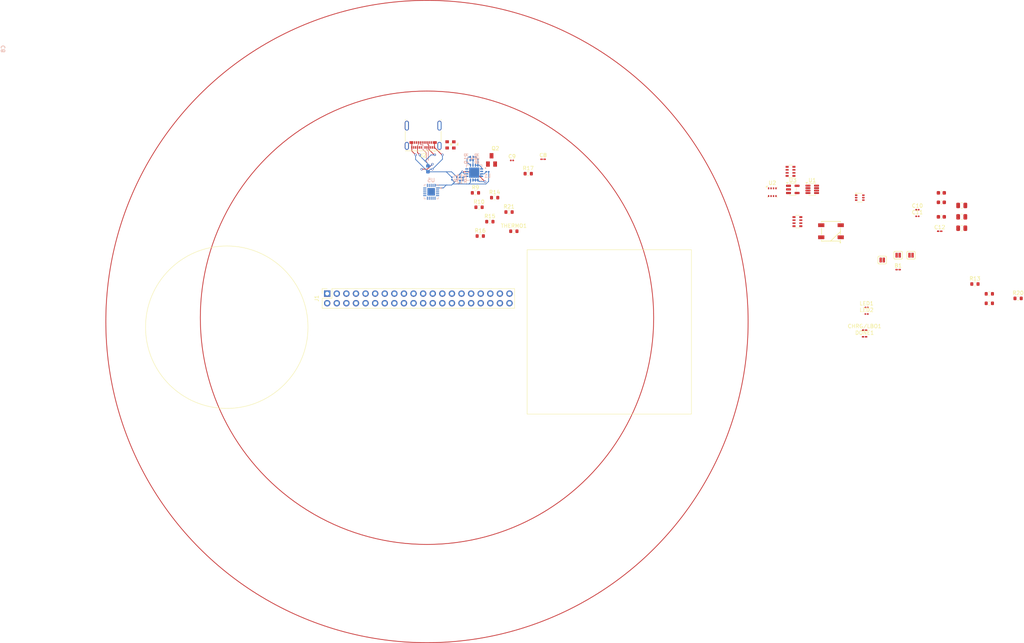
<source format=kicad_pcb>
(kicad_pcb (version 20241229) (generator "pcbnew") (generator_version "9.0")
  (title_block (title "Dream") (date "2025-08-31") (rev "1") (company "Mints-AI, University of Texas at Dallas") (comment 1 "Lakitha Wijeratne"))
  (layers (0 "F.Cu" signal) (2 "B.Cu" signal) (13 "F.Paste" user) (15 "B.Paste" user) (5 "F.SilkS" user "F.Silkscreen") (7 "B.SilkS" user "B.Silkscreen") (1 "F.Mask" user) (3 "B.Mask" user) (25 "Edge.Cuts" user))
  (net 0 "")
  (net 1 "GND")
  (net 2 "/GPIO2{slash}SDA1")
  (net 3 "/GPIO3{slash}SCL1")
  (net 4 "/GPIO4{slash}GPCLK0")
  (net 5 "/GPIO14{slash}TXD0")
  (net 6 "/GPIO15{slash}RXD0")
  (net 7 "/GPIO17")
  (net 8 "/GPIO18{slash}PCM.CLK")
  (net 9 "BME_3V3")
  (net 10 "/GPIO22{slash}SCL3")
  (net 11 "/GPIO5{slash}SDA5")
  (net 12 "/GPIO24{slash}SCL4")
  (net 13 "/GPIO27{slash}SDA3")
  (net 14 "/GPIO10{slash}SPI0.MOSI")
  (net 15 "/GPIO9{slash}SPI0.MISO")
  (net 16 "/GPIO23{slash}SDA4")
  (net 17 "/GPIO11{slash}SPI0.SCLK")
  (net 18 "/GPIO8{slash}SPI0.CE0")
  (net 19 "/GPIO7{slash}SPI0.CE1")
  (net 20 "/ID_SDA")
  (net 21 "/ID_SCL")
  (net 22 "/GPIO26{slash}SCL6")
  (net 23 "/GPIO6{slash}SCL5")
  (net 24 "/GPIO12{slash}PWM0")
  (net 25 "/GPIO13{slash}PWM1")
  (net 26 "/GPIO19{slash}PCM.FS")
  (net 27 "/GPIO16")
  (net 28 "/GPIO20{slash}PCM.DIN")
  (net 29 "/GPIO21{slash}PCM.DOUT")
  (net 30 "+5V")
  (net 31 "+3V3")
  (net 32 "/GPIO25{slash}SDA6")
  (net 33 "/BME_ADD")
  (net 34 "/BME_SCL")
  (net 35 "/BME_SDA")
  (net 36 "VLIPO")
  (net 37 "VBAT")
  (net 38 "5.0V")
  (net 44 "/INA+")
  (net 46 "Net-(J2-CC1)")
  (net 47 "/INA_ADD0")
  (net 49 "/INA_ADD1")
  (net 51 "5V_BUS_USB")
  (net 52 "Net-(D1-DIN)")
  (net 56 "Net-(J2-CC2)")
  (net 61 "Net-(U1-IN-)")
  (net 62 "Net-(CHRG/LBO1-PadC)")
  (net 63 "Net-(U5-STAT1{slash}LBO)")
  (net 64 "Net-(U5-STAT2)")
  (net 65 "Net-(DONE1-PadC)")
  (net 66 "/ENABLE")
  (net 67 "Net-(U5-VPCC)")
  (net 68 "Net-(U5-PROG1)")
  (net 69 "Net-(U5-PROG3)")
  (net 70 "Net-(U4-FB)")
  (net 71 "Net-(LED1-PadA)")
  (net 72 "Net-(LED2-PadA)")
  (net 73 "Net-(U5-THERM)")
  (net 75 "Net-(U4-LBI)")
  (net 76 "/LBO")
  (net 77 "Net-(L1-2)")
  (net 78 "Net-(Q2-C)")
  (footprint "Capacitor_SMD:C_0201_0603Metric_Pad0.64x0.40mm_HandSolder" (layer "F.Cu") (at 234.62 92.38)
    (property "Reference" "B1" (at 0 -1.05 0) (layer "F.SilkS"))
    (property "Value" "JST 2-PH")
    (pad "1" smd roundrect (at -0.4075 0) (size 0.635 0.4) (layers "F.Cu" "F.Mask") (net 1 "GND"))
    (pad "2" smd roundrect (at 0.4075 0) (size 0.635 0.4) (layers "F.Cu" "F.Mask") (net 36 "VLIPO"))
  )
  (footprint "Resistor_SMD:R_0603_1608Metric" (layer "F.Cu") (at 123.685 75.87)
    (property "Reference" "R10" (at 0 -1.43 0) (layer "F.SilkS"))
    (property "Value" "1k")
    (pad "1" smd roundrect (at -0.825 0) (size 0.8 0.95) (layers "F.Cu" "F.Mask" "F.Paste") (net 64 "Net-(U5-STAT2)"))
    (pad "2" smd roundrect (at 0.825 0) (size 0.8 0.95) (layers "F.Cu" "F.Mask" "F.Paste") (net 65 "Net-(DONE1-PadC)"))
  )
  (footprint "SparkFun-Capacitor:C_0805_2012Metric" (layer "F.Cu") (at 251.45 81.42)
    (property "Reference" "C5")
    (property "Value" "10uF")
    (pad "1" smd roundrect (at -0.95 0) (size 1 1.45) (layers "F.Cu" "F.Mask" "F.Paste") (net 9 "BME_3V3"))
    (pad "2" smd roundrect (at 0.95 0) (size 1 1.45) (layers "F.Cu" "F.Mask" "F.Paste") (net 1 "GND"))
  )
  (footprint "Package_LGA:Bosch_LGA-8_2.5x2.5mm_P0.65mm_ClockwisePinNumbering" (layer "F.Cu") (at 201.3065 71.8865)
    (property "Reference" "U2" (at 0.015 -2.465 0) (layer "F.SilkS"))
    (property "Value" "BME280")
    (pad "1" smd rect (at -0.975 -1.025 90) (size 0.5 0.35) (layers "F.Cu" "F.Mask" "F.Paste") (net 1 "GND"))
    (pad "2" smd rect (at -0.325 -1.025 90) (size 0.5 0.35) (layers "F.Cu" "F.Mask" "F.Paste") (net 9 "BME_3V3"))
    (pad "3" smd rect (at 0.325 -1.025 90) (size 0.5 0.35) (layers "F.Cu" "F.Mask" "F.Paste") (net 35 "/BME_SDA"))
    (pad "4" smd rect (at 0.975 -1.025 90) (size 0.5 0.35) (layers "F.Cu" "F.Mask" "F.Paste") (net 34 "/BME_SCL"))
    (pad "5" smd rect (at 0.975 1.025 90) (size 0.5 0.35) (layers "F.Cu" "F.Mask" "F.Paste") (net 33 "/BME_ADD"))
    (pad "6" smd rect (at 0.325 1.025 90) (size 0.5 0.35) (layers "F.Cu" "F.Mask" "F.Paste") (net 9 "BME_3V3"))
    (pad "7" smd rect (at -0.325 1.025 90) (size 0.5 0.35) (layers "F.Cu" "F.Mask" "F.Paste") (net 1 "GND"))
    (pad "8" smd rect (at -0.975 1.025 90) (size 0.5 0.35) (layers "F.Cu" "F.Mask" "F.Paste") (net 9 "BME_3V3"))
  )
  (footprint "SparkFun-Semiconductor-Standard:SOT-363" (layer "F.Cu") (at 224.46 73.33)
    (property "Reference" "Q1")
    (property "Value" "BSS138")
    (pad "1" smd roundrect (at -0.95 -0.65) (size 0.65 0.4) (layers "F.Cu" "F.Mask" "F.Paste") (net 34 "/BME_SCL"))
    (pad "2" smd roundrect (at -0.95 0) (size 0.65 0.4) (layers "F.Cu" "F.Mask" "F.Paste") (net 9 "BME_3V3"))
    (pad "3" smd roundrect (at -0.95 0.65) (size 0.65 0.4) (layers "F.Cu" "F.Mask" "F.Paste") (net 11 "/GPIO5{slash}SDA5"))
    (pad "4" smd roundrect (at 0.95 0.65) (size 0.65 0.4) (layers "F.Cu" "F.Mask" "F.Paste") (net 35 "/BME_SDA"))
    (pad "5" smd roundrect (at 0.95 0) (size 0.65 0.4) (layers "F.Cu" "F.Mask" "F.Paste") (net 9 "BME_3V3"))
    (pad "6" smd roundrect (at 0.95 -0.65) (size 0.65 0.4) (layers "F.Cu" "F.Mask" "F.Paste") (net 23 "/GPIO6{slash}SCL5"))
  )
  (footprint "Capacitor_SMD:C_0201_0603Metric_Pad0.64x0.40mm_HandSolder" (layer "F.Cu") (at 245.6175 82.22)
    (property "Reference" "C12" (at 0 -1.05 0) (layer "F.SilkS"))
    (property "Value" "10uF")
    (pad "1" smd roundrect (at -0.4075 0) (size 0.635 0.4) (layers "F.Cu" "F.Mask") (net 36 "VLIPO"))
    (pad "2" smd roundrect (at 0.4075 0) (size 0.635 0.4) (layers "F.Cu" "F.Mask") (net 1 "GND"))
  )
  (footprint "Resistor_SMD:R_0603_1608Metric" (layer "F.Cu") (at 132.895 82.22)
    (property "Reference" "THERMO1" (at 0 -1.43 0) (layer "F.SilkS"))
    (property "Value" "15k")
    (pad "1" smd roundrect (at -0.825 0) (size 0.8 0.95) (layers "F.Cu" "F.Mask" "F.Paste") (net 1 "GND"))
    (pad "2" smd roundrect (at 0.825 0) (size 0.8 0.95) (layers "F.Cu" "F.Mask" "F.Paste") (net 73 "Net-(U5-THERM)"))
  )
  (footprint "Resistor_SMD:R_0603_1608Metric" (layer "F.Cu") (at 124.005 83.49)
    (property "Reference" "R16" (at 0 -1.43 0) (layer "F.SilkS"))
    (property "Value" "1k")
    (pad "1" smd roundrect (at -0.825 0) (size 0.8 0.95) (layers "F.Cu" "F.Mask" "F.Paste") (net 1 "GND"))
    (pad "2" smd roundrect (at 0.825 0) (size 0.8 0.95) (layers "F.Cu" "F.Mask" "F.Paste") (net 68 "Net-(U5-PROG1)"))
  )
  (footprint "SparkFun-Capacitor:C_0805_2012Metric" (layer "F.Cu") (at 251.45 75.4)
    (property "Reference" "C1")
    (property "Value" "10uF")
    (pad "1" smd roundrect (at -0.95 0) (size 1 1.45) (layers "F.Cu" "F.Mask" "F.Paste") (net 31 "+3V3"))
    (pad "2" smd roundrect (at 0.95 0) (size 1 1.45) (layers "F.Cu" "F.Mask" "F.Paste") (net 1 "GND"))
  )
  (footprint "Capacitor_SMD:C_0201_0603Metric" (layer "F.Cu") (at 239.72 76.52)
    (property "Reference" "C10" (at 0 -1.05 0) (layer "F.SilkS"))
    (property "Value" "2.2uF")
    (pad "1" smd roundrect (at -0.32 0) (size 0.46 0.4) (layers "F.Cu" "F.Mask") (net 38 "5.0V"))
    (pad "2" smd roundrect (at 0.32 0) (size 0.46 0.4) (layers "F.Cu" "F.Mask") (net 1 "GND"))
  )
  (footprint "Capacitor_SMD:C_0201_0603Metric" (layer "F.Cu") (at 132.4075 63.48)
    (property "Reference" "C9" (at 0 -1.05 0) (layer "F.SilkS"))
    (property "Value" "0.1uF")
    (pad "1" smd roundrect (at -0.32 0) (size 0.46 0.4) (layers "F.Cu" "F.Mask") (net 37 "VBAT"))
    (pad "2" smd roundrect (at 0.32 0) (size 0.46 0.4) (layers "F.Cu" "F.Mask") (net 1 "GND"))
  )
  (footprint "Capacitor_SMD:C_0201_0603Metric" (layer "F.Cu") (at 239.72 78.27)
    (property "Reference" "C11" (at 0 -1.05 0) (layer "F.SilkS"))
    (property "Value" "100uF")
    (pad "1" smd roundrect (at -0.32 0) (size 0.46 0.4) (layers "F.Cu" "F.Mask") (net 38 "5.0V"))
    (pad "2" smd roundrect (at 0.32 0) (size 0.46 0.4) (layers "F.Cu" "F.Mask") (net 1 "GND"))
  )
  (footprint "SparkFun-Capacitor:C_0603_1608Metric" (layer "F.Cu") (at 246.05 72.06)
    (property "Reference" "C3")
    (property "Value" "0.1uF")
    (pad "1" smd roundrect (at -0.775 0) (size 0.9 0.95) (layers "F.Cu" "F.Mask" "F.Paste") (net 30 "+5V"))
    (pad "2" smd roundrect (at 0.775 0) (size 0.9 0.95) (layers "F.Cu" "F.Mask" "F.Paste") (net 1 "GND"))
  )
  (footprint "SparkFun-Resistor:R_Array_Convex_4x0603" (layer "F.Cu") (at 207.95 79.68)
    (property "Reference" "R7")
    (property "Value" "10k")
    (pad "1" smd rect (at -0.9 -1.2) (size 0.8 0.5) (layers "F.Cu" "F.Mask" "F.Paste") (net 23 "/GPIO6{slash}SCL5"))
    (pad "2" smd rect (at -0.9 -0.4) (size 0.8 0.4) (layers "F.Cu" "F.Mask" "F.Paste") (net 31 "+3V3"))
    (pad "3" smd rect (at -0.9 0.4) (size 0.8 0.4) (layers "F.Cu" "F.Mask" "F.Paste") (net 11 "/GPIO5{slash}SDA5"))
    (pad "4" smd rect (at -0.9 1.2) (size 0.8 0.5) (layers "F.Cu" "F.Mask" "F.Paste") (net 31 "+3V3"))
    (pad "5" smd rect (at 0.9 1.2) (size 0.8 0.5) (layers "F.Cu" "F.Mask" "F.Paste") (net 34 "/BME_SCL"))
    (pad "6" smd rect (at 0.9 0.4) (size 0.8 0.4) (layers "F.Cu" "F.Mask" "F.Paste") (net 9 "BME_3V3"))
    (pad "7" smd rect (at 0.9 -0.4) (size 0.8 0.4) (layers "F.Cu" "F.Mask" "F.Paste") (net 9 "BME_3V3"))
    (pad "8" smd rect (at 0.9 -1.2) (size 0.8 0.5) (layers "F.Cu" "F.Mask" "F.Paste") (net 35 "/BME_SDA"))
  )
  (footprint "Resistor_SMD:RESC1608X55N" (layer "F.Cu") (at 117.008288 59.367591 -90)
    (property "Reference" "R4" (at -0.21 -1.05 90) (layer "F.SilkS") (effects (font (size 0.393701 0.393701))))
    (property "Value" "RC0603FR-075K1L")
    (pad "1" smd rect (at -0.82 0 270) (size 0.79 0.93) (layers "F.Cu" "F.Mask" "F.Paste") (net 1 "GND"))
    (pad "2" smd rect (at 0.82 0 270) (size 0.79 0.93) (layers "F.Cu" "F.Mask" "F.Paste") (net 56 "Net-(J2-CC2)"))
  )
  (footprint "Connector_USB:USB_C_Receptacle_Molex_105450-0101" (layer "F.Cu") (at 108.89 56.82 180)
    (property "Reference" "J2" (at 0 -5.315 0) (layer "F.SilkS"))
    (property "Value" "10132328-10011LF")
    (pad "A1" smd rect (at -3 -3.215 180) (size 0.3 0.7) (layers "F.Cu" "F.Mask" "F.Paste") (net 1 "GND"))
    (pad "A2" smd rect (at -2.5 -3.215 180) (size 0.3 0.7) (layers "F.Cu" "F.Mask" "F.Paste"))
    (pad "A3" smd rect (at -2 -3.215 180) (size 0.3 0.7) (layers "F.Cu" "F.Mask" "F.Paste"))
    (pad "A4" smd rect (at -1.5 -3.215 180) (size 0.3 0.7) (layers "F.Cu" "F.Mask" "F.Paste") (net 51 "5V_BUS_USB"))
    (pad "A5" smd rect (at -1 -3.215 180) (size 0.3 0.7) (layers "F.Cu" "F.Mask" "F.Paste") (net 46 "Net-(J2-CC1)"))
    (pad "A6" smd rect (at -0.5 -3.215 180) (size 0.3 0.7) (layers "F.Cu" "F.Mask" "F.Paste"))
    (pad "A7" smd rect (at 0.5 -3.215 180) (size 0.3 0.7) (layers "F.Cu" "F.Mask" "F.Paste"))
    (pad "A8" smd rect (at 1 -3.215 180) (size 0.3 0.7) (layers "F.Cu" "F.Mask" "F.Paste"))
    (pad "A9" smd rect (at 1.5 -3.215 180) (size 0.3 0.7) (layers "F.Cu" "F.Mask" "F.Paste") (net 51 "5V_BUS_USB"))
    (pad "A10" smd rect (at 2 -3.215 180) (size 0.3 0.7) (layers "F.Cu" "F.Mask" "F.Paste"))
    (pad "A11" smd rect (at 2.5 -3.215 180) (size 0.3 0.7) (layers "F.Cu" "F.Mask" "F.Paste"))
    (pad "A12" smd rect (at 3 -3.215 180) (size 0.3 0.7) (layers "F.Cu" "F.Mask" "F.Paste") (net 1 "GND"))
    (pad "B1" smd rect (at 3.1 -1.915 180) (size 1 0.7) (layers "F.Cu" "F.Mask" "F.Paste") (net 1 "GND"))
    (pad "B2" smd rect (at 2.25 -1.915 180) (size 0.3 0.7) (layers "F.Cu" "F.Mask" "F.Paste"))
    (pad "B3" smd rect (at 1.75 -1.915 180) (size 0.3 0.7) (layers "F.Cu" "F.Mask" "F.Paste"))
    (pad "B4" smd rect (at 1.25 -1.915 180) (size 0.3 0.7) (layers "F.Cu" "F.Mask" "F.Paste") (net 51 "5V_BUS_USB"))
    (pad "B5" smd rect (at 0.75 -1.915 180) (size 0.3 0.7) (layers "F.Cu" "F.Mask" "F.Paste") (net 56 "Net-(J2-CC2)"))
    (pad "B6" smd rect (at 0.25 -1.915 180) (size 0.3 0.7) (layers "F.Cu" "F.Mask" "F.Paste"))
    (pad "B7" smd rect (at -0.25 -1.915 180) (size 0.3 0.7) (layers "F.Cu" "F.Mask" "F.Paste"))
    (pad "B8" smd rect (at -0.75 -1.915 180) (size 0.3 0.7) (layers "F.Cu" "F.Mask" "F.Paste"))
    (pad "B9" smd rect (at -1.25 -1.915 180) (size 0.3 0.7) (layers "F.Cu" "F.Mask" "F.Paste") (net 51 "5V_BUS_USB"))
    (pad "B10" smd rect (at -1.75 -1.915 180) (size 0.3 0.7) (layers "F.Cu" "F.Mask" "F.Paste"))
    (pad "B11" smd rect (at -2.25 -1.915 180) (size 0.3 0.7) (layers "F.Cu" "F.Mask" "F.Paste"))
    (pad "B12" smd rect (at -3.1 -1.915 180) (size 1 0.7) (layers "F.Cu" "F.Mask" "F.Paste") (net 1 "GND"))
    (pad "S1" thru_hole oval (at -4.32 -2.805 180) (size 1.1 2.1) (drill oval 0.6 1.6) (property pad_prop_heatsink) (layers "*.Cu" "*.Mask"))
    (pad "S1" thru_hole oval (at -4.32 2.555 180) (size 1.1 2.6) (drill oval 0.6 2.1) (property pad_prop_heatsink) (layers "*.Cu" "*.Mask"))
    (pad "S1" thru_hole oval (at 4.32 -2.805 180) (size 1.1 2.1) (drill oval 0.6 1.6) (property pad_prop_heatsink) (layers "*.Cu" "*.Mask"))
    (pad "S1" thru_hole oval (at 4.32 2.555 180) (size 1.1 2.6) (drill oval 0.6 2.1) (property pad_prop_heatsink) (layers "*.Cu" "*.Mask"))
  )
  (footprint "SparkFun-Jumper:Jumper_2_NO" (layer "F.Cu") (at 234.62 88.57)
    (property "Reference" "JP2")
    (property "Value" "~")
    (pad "1" smd rect (at -0.4064 0) (size 0.635 1.27) (layers "F.Cu" "F.Mask") (net 1 "GND"))
    (pad "2" smd rect (at 0.4064 0) (size 0.635 1.27) (layers "F.Cu" "F.Mask") (net 33 "/BME_ADD"))
  )
  (footprint "Resistor_SMD:R_0603_1608Metric" (layer "F.Cu") (at 254.94 96.19)
    (property "Reference" "R13" (at 0 -1.43 0) (layer "F.SilkS"))
    (property "Value" "200k")
    (pad "1" smd roundrect (at -0.825 0) (size 0.8 0.95) (layers "F.Cu" "F.Mask" "F.Paste") (net 66 "/ENABLE"))
    (pad "2" smd roundrect (at 0.825 0) (size 0.8 0.95) (layers "F.Cu" "F.Mask" "F.Paste") (net 37 "VBAT"))
  )
  (footprint "Connector_PinSocket_2.54mm:PinSocket_2x20_P2.54mm_Vertical" (layer "F.Cu") (at 83.49 98.73 90)
    (property "Reference" "J1" (at -1.27 -2.77 90) (layer "F.SilkS"))
    (property "Value" "GPIO")
    (pad "1" thru_hole rect (at 0 0 90) (size 1.7 1.7) (drill 1) (layers "*.Cu" "*.Mask") (net 31 "+3V3"))
    (pad "2" thru_hole circle (at -2.54 0 90) (size 1.7 1.7) (drill 1) (layers "*.Cu" "*.Mask") (net 30 "+5V"))
    (pad "3" thru_hole circle (at 0 2.54 90) (size 1.7 1.7) (drill 1) (layers "*.Cu" "*.Mask") (net 2 "/GPIO2{slash}SDA1"))
    (pad "4" thru_hole circle (at -2.54 2.54 90) (size 1.7 1.7) (drill 1) (layers "*.Cu" "*.Mask") (net 30 "+5V"))
    (pad "5" thru_hole circle (at 0 5.08 90) (size 1.7 1.7) (drill 1) (layers "*.Cu" "*.Mask") (net 3 "/GPIO3{slash}SCL1"))
    (pad "6" thru_hole circle (at -2.54 5.08 90) (size 1.7 1.7) (drill 1) (layers "*.Cu" "*.Mask") (net 1 "GND"))
    (pad "7" thru_hole circle (at 0 7.62 90) (size 1.7 1.7) (drill 1) (layers "*.Cu" "*.Mask") (net 4 "/GPIO4{slash}GPCLK0"))
    (pad "8" thru_hole circle (at -2.54 7.62 90) (size 1.7 1.7) (drill 1) (layers "*.Cu" "*.Mask") (net 5 "/GPIO14{slash}TXD0"))
    (pad "9" thru_hole circle (at 0 10.16 90) (size 1.7 1.7) (drill 1) (layers "*.Cu" "*.Mask") (net 1 "GND"))
    (pad "10" thru_hole circle (at -2.54 10.16 90) (size 1.7 1.7) (drill 1) (layers "*.Cu" "*.Mask") (net 6 "/GPIO15{slash}RXD0"))
    (pad "11" thru_hole circle (at 0 12.7 90) (size 1.7 1.7) (drill 1) (layers "*.Cu" "*.Mask") (net 7 "/GPIO17"))
    (pad "12" thru_hole circle (at -2.54 12.7 90) (size 1.7 1.7) (drill 1) (layers "*.Cu" "*.Mask") (net 8 "/GPIO18{slash}PCM.CLK"))
    (pad "13" thru_hole circle (at 0 15.24 90) (size 1.7 1.7) (drill 1) (layers "*.Cu" "*.Mask") (net 13 "/GPIO27{slash}SDA3"))
    (pad "14" thru_hole circle (at -2.54 15.24 90) (size 1.7 1.7) (drill 1) (layers "*.Cu" "*.Mask") (net 1 "GND"))
    (pad "15" thru_hole circle (at 0 17.78 90) (size 1.7 1.7) (drill 1) (layers "*.Cu" "*.Mask") (net 10 "/GPIO22{slash}SCL3"))
    (pad "16" thru_hole circle (at -2.54 17.78 90) (size 1.7 1.7) (drill 1) (layers "*.Cu" "*.Mask") (net 16 "/GPIO23{slash}SDA4"))
    (pad "17" thru_hole circle (at 0 20.32 90) (size 1.7 1.7) (drill 1) (layers "*.Cu" "*.Mask") (net 31 "+3V3"))
    (pad "18" thru_hole circle (at -2.54 20.32 90) (size 1.7 1.7) (drill 1) (layers "*.Cu" "*.Mask") (net 12 "/GPIO24{slash}SCL4"))
    (pad "19" thru_hole circle (at 0 22.86 90) (size 1.7 1.7) (drill 1) (layers "*.Cu" "*.Mask") (net 14 "/GPIO10{slash}SPI0.MOSI"))
    (pad "20" thru_hole circle (at -2.54 22.86 90) (size 1.7 1.7) (drill 1) (layers "*.Cu" "*.Mask") (net 1 "GND"))
    (pad "21" thru_hole circle (at 0 25.4 90) (size 1.7 1.7) (drill 1) (layers "*.Cu" "*.Mask") (net 15 "/GPIO9{slash}SPI0.MISO"))
    (pad "22" thru_hole circle (at -2.54 25.4 90) (size 1.7 1.7) (drill 1) (layers "*.Cu" "*.Mask") (net 32 "/GPIO25{slash}SDA6"))
    (pad "23" thru_hole circle (at 0 27.94 90) (size 1.7 1.7) (drill 1) (layers "*.Cu" "*.Mask") (net 17 "/GPIO11{slash}SPI0.SCLK"))
    (pad "24" thru_hole circle (at -2.54 27.94 90) (size 1.7 1.7) (drill 1) (layers "*.Cu" "*.Mask") (net 18 "/GPIO8{slash}SPI0.CE0"))
    (pad "25" thru_hole circle (at 0 30.48 90) (size 1.7 1.7) (drill 1) (layers "*.Cu" "*.Mask") (net 1 "GND"))
    (pad "26" thru_hole circle (at -2.54 30.48 90) (size 1.7 1.7) (drill 1) (layers "*.Cu" "*.Mask") (net 19 "/GPIO7{slash}SPI0.CE1"))
    (pad "27" thru_hole circle (at 0 33.02 90) (size 1.7 1.7) (drill 1) (layers "*.Cu" "*.Mask") (net 20 "/ID_SDA"))
    (pad "28" thru_hole circle (at -2.54 33.02 90) (size 1.7 1.7) (drill 1) (layers "*.Cu" "*.Mask") (net 21 "/ID_SCL"))
    (pad "29" thru_hole circle (at 0 35.56 90) (size 1.7 1.7) (drill 1) (layers "*.Cu" "*.Mask") (net 11 "/GPIO5{slash}SDA5"))
    (pad "30" thru_hole circle (at -2.54 35.56 90) (size 1.7 1.7) (drill 1) (layers "*.Cu" "*.Mask") (net 1 "GND"))
    (pad "31" thru_hole circle (at 0 38.1 90) (size 1.7 1.7) (drill 1) (layers "*.Cu" "*.Mask") (net 23 "/GPIO6{slash}SCL5"))
    (pad "32" thru_hole circle (at -2.54 38.1 90) (size 1.7 1.7) (drill 1) (layers "*.Cu" "*.Mask") (net 24 "/GPIO12{slash}PWM0"))
    (pad "33" thru_hole circle (at 0 40.64 90) (size 1.7 1.7) (drill 1) (layers "*.Cu" "*.Mask") (net 25 "/GPIO13{slash}PWM1"))
    (pad "34" thru_hole circle (at -2.54 40.64 90) (size 1.7 1.7) (drill 1) (layers "*.Cu" "*.Mask") (net 1 "GND"))
    (pad "35" thru_hole circle (at 0 43.18 90) (size 1.7 1.7) (drill 1) (layers "*.Cu" "*.Mask") (net 26 "/GPIO19{slash}PCM.FS"))
    (pad "36" thru_hole circle (at -2.54 43.18 90) (size 1.7 1.7) (drill 1) (layers "*.Cu" "*.Mask") (net 27 "/GPIO16"))
    (pad "37" thru_hole circle (at 0 45.72 90) (size 1.7 1.7) (drill 1) (layers "*.Cu" "*.Mask") (net 22 "/GPIO26{slash}SCL6"))
    (pad "38" thru_hole circle (at -2.54 45.72 90) (size 1.7 1.7) (drill 1) (layers "*.Cu" "*.Mask") (net 28 "/GPIO20{slash}PCM.DIN"))
    (pad "39" thru_hole circle (at 0 48.26 90) (size 1.7 1.7) (drill 1) (layers "*.Cu" "*.Mask") (net 1 "GND"))
    (pad "40" thru_hole circle (at -2.54 48.26 90) (size 1.7 1.7) (drill 1) (layers "*.Cu" "*.Mask") (net 29 "/GPIO21{slash}PCM.DOUT"))
  )
  (footprint "SparkFun-Jumper:Jumper_2_NO" (layer "F.Cu") (at 238.0236 88.57)
    (property "Reference" "JP1")
    (property "Value" "~")
    (pad "1" smd rect (at -0.4064 0) (size 0.635 1.27) (layers "F.Cu" "F.Mask") (net 47 "/INA_ADD0"))
    (pad "2" smd rect (at 0.4064 0) (size 0.635 1.27) (layers "F.Cu" "F.Mask") (net 30 "+5V"))
  )
  (footprint "Resistor_SMD:R_0603_1608Metric" (layer "F.Cu") (at 127.815 73.33)
    (property "Reference" "R14" (at 0 -1.43 0) (layer "F.SilkS"))
    (property "Value" "270k")
    (pad "1" smd roundrect (at -0.825 0) (size 0.8 0.95) (layers "F.Cu" "F.Mask" "F.Paste") (net 67 "Net-(U5-VPCC)"))
    (pad "2" smd roundrect (at 0.825 0) (size 0.8 0.95) (layers "F.Cu" "F.Mask" "F.Paste") (net 51 "5V_BUS_USB"))
  )
  (footprint "Resistor_SMD:R_0603_1608Metric" (layer "F.Cu") (at 122.735 72.06)
    (property "Reference" "R9" (at 0 -1.43 0) (layer "F.SilkS"))
    (property "Value" "1k")
    (pad "1" smd roundrect (at -0.825 0) (size 0.8 0.95) (layers "F.Cu" "F.Mask" "F.Paste") (net 63 "Net-(U5-STAT1{slash}LBO)"))
    (pad "2" smd roundrect (at 0.825 0) (size 0.8 0.95) (layers "F.Cu" "F.Mask" "F.Paste") (net 62 "Net-(CHRG/LBO1-PadC)"))
  )
  (footprint "Capacitor_SMD:C_0201_0603Metric_Pad0.64x0.40mm_HandSolder" (layer "F.Cu") (at 225.73 110.16)
    (property "Reference" "DONE1" (at 0 -1.05 0) (layer "F.SilkS"))
    (property "Value" "GREEN")
    (pad "1" smd roundrect (at -0.4075 0) (size 0.635 0.4) (layers "F.Cu" "F.Mask"))
    (pad "2" smd roundrect (at 0.4075 0) (size 0.635 0.4) (layers "F.Cu" "F.Mask"))
  )
  (footprint "Package_TO_SOT_SMD:SOT-23-8" (layer "F.Cu") (at 211.8815 71.1265)
    (property "Reference" "U1" (at 0 -2.4 0) (layer "F.SilkS"))
    (property "Value" "INA219BxDCN")
    (pad "1" smd roundrect (at -1.1375 -0.975) (size 1.325 0.5) (layers "F.Cu" "F.Mask" "F.Paste") (net 44 "/INA+"))
    (pad "2" smd roundrect (at -1.1375 -0.325) (size 1.325 0.5) (layers "F.Cu" "F.Mask" "F.Paste") (net 61 "Net-(U1-IN-)"))
    (pad "3" smd roundrect (at -1.1375 0.325) (size 1.325 0.5) (layers "F.Cu" "F.Mask" "F.Paste") (net 1 "GND"))
    (pad "4" smd roundrect (at -1.1375 0.975) (size 1.325 0.5) (layers "F.Cu" "F.Mask" "F.Paste") (net 30 "+5V"))
    (pad "5" smd roundrect (at 1.1375 0.975) (size 1.325 0.5) (layers "F.Cu" "F.Mask" "F.Paste") (net 12 "/GPIO24{slash}SCL4"))
    (pad "6" smd roundrect (at 1.1375 0.325) (size 1.325 0.5) (layers "F.Cu" "F.Mask" "F.Paste") (net 16 "/GPIO23{slash}SDA4"))
    (pad "7" smd roundrect (at 1.1375 -0.325) (size 1.325 0.5) (layers "F.Cu" "F.Mask" "F.Paste") (net 47 "/INA_ADD0"))
    (pad "8" smd roundrect (at 1.1375 -0.975) (size 1.325 0.5) (layers "F.Cu" "F.Mask" "F.Paste") (net 49 "/INA_ADD1"))
  )
  (footprint "Resistor_SMD:R_0603_1608Metric" (layer "F.Cu") (at 266.37 100)
    (property "Reference" "R20" (at 0 -1.43 0) (layer "F.SilkS"))
    (property "Value" "1k")
    (pad "1" smd roundrect (at -0.825 0) (size 0.8 0.95) (layers "F.Cu" "F.Mask" "F.Paste") (net 71 "Net-(LED1-PadA)"))
    (pad "2" smd roundrect (at 0.825 0) (size 0.8 0.95) (layers "F.Cu" "F.Mask" "F.Paste") (net 78 "Net-(Q2-C)"))
  )
  (footprint "MMUN2133LT1G:SOT95P240X111-3N" (layer "F.Cu") (at 126.99 63.34)
    (property "Reference" "Q2" (at 1.021835 -3.045485 0) (layer "F.SilkS") (effects (font (size 1.001803 1.001803))))
    (property "Value" "MMUN2133LT1G")
    (pad "1" smd rect (at -0.95 1.1) (size 1 1.4) (layers "F.Cu" "F.Mask" "F.Paste") (net 76 "/LBO"))
    (pad "2" smd rect (at 0.95 1.1) (size 1 1.4) (layers "F.Cu" "F.Mask" "F.Paste") (net 37 "VBAT"))
    (pad "3" smd rect (at 0 -1.1) (size 1 1.4) (layers "F.Cu" "F.Mask" "F.Paste") (net 78 "Net-(Q2-C)"))
  )
  (footprint "Capacitor_SMD:C_0201_0603Metric_Pad0.64x0.40mm_HandSolder" (layer "F.Cu") (at 225.73 108.41)
    (property "Reference" "CHRG/LBO1" (at 0 -1.05 0) (layer "F.SilkS"))
    (property "Value" "ORANGE")
    (pad "1" smd roundrect (at -0.4075 0) (size 0.635 0.4) (layers "F.Cu" "F.Mask"))
    (pad "2" smd roundrect (at 0.4075 0) (size 0.635 0.4) (layers "F.Cu" "F.Mask"))
  )
  (footprint "LED_SMD:LED_0201_0603Metric" (layer "F.Cu") (at 226.265 102.38)
    (property "Reference" "LED1" (at 0 -1.05 0) (layer "F.SilkS"))
    (property "Value" "RED")
    (pad "1" smd roundrect (at -0.32 0) (size 0.46 0.4) (layers "F.Cu" "F.Mask"))
    (pad "2" smd roundrect (at 0.32 0) (size 0.46 0.4) (layers "F.Cu" "F.Mask"))
  )
  (footprint "SparkFun-Capacitor:C_0603_1608Metric" (layer "F.Cu") (at 246.05 78.41)
    (property "Reference" "C7")
    (property "Value" "0.1uF")
    (pad "1" smd roundrect (at -0.775 0) (size 0.9 0.95) (layers "F.Cu" "F.Mask" "F.Paste") (net 30 "+5V"))
    (pad "2" smd roundrect (at 0.775 0) (size 0.9 0.95) (layers "F.Cu" "F.Mask" "F.Paste") (net 1 "GND"))
  )
  (footprint "SparkFun-Jumper:Jumper_2_NO" (layer "F.Cu") (at 230.4036 89.84)
    (property "Reference" "JP3")
    (property "Value" "~")
    (pad "1" smd rect (at -0.4064 0) (size 0.635 1.27) (layers "F.Cu" "F.Mask") (net 49 "/INA_ADD1"))
    (pad "2" smd rect (at 0.4064 0) (size 0.635 1.27) (layers "F.Cu" "F.Mask") (net 30 "+5V"))
  )
  (footprint "SparkFun-LED:WS2812_5050-4Pin" (layer "F.Cu") (at 216.84 82.22)
    (property "Reference" "D1")
    (property "Value" "WS2812B_5050")
    (pad "1" smd rect (at -2.577 -1.6) (size 1.651 1) (layers "F.Cu" "F.Mask" "F.Paste") (net 30 "+5V"))
    (pad "2" smd rect (at -2.577 1.6) (size 1.651 1) (layers "F.Cu" "F.Mask" "F.Paste"))
    (pad "3" smd rect (at 2.577 1.6) (size 1.651 1) (layers "F.Cu" "F.Mask" "F.Paste") (net 1 "GND"))
    (pad "4" smd rect (at 2.577 -1.6) (size 1.651 1) (layers "F.Cu" "F.Mask" "F.Paste") (net 52 "Net-(D1-DIN)"))
  )
  (footprint "Resistor_SMD:R_0603_1608Metric" (layer "F.Cu") (at 131.625 77.14)
    (property "Reference" "R21" (at 0 -1.43 0) (layer "F.SilkS"))
    (property "Value" "1k")
    (pad "1" smd roundrect (at -0.825 0) (size 0.8 0.95) (layers "F.Cu" "F.Mask" "F.Paste") (net 72 "Net-(LED2-PadA)"))
    (pad "2" smd roundrect (at 0.825 0) (size 0.8 0.95) (layers "F.Cu" "F.Mask" "F.Paste") (net 38 "5.0V"))
  )
  (footprint "SparkFun-Capacitor:C_0603_1608Metric" (layer "F.Cu") (at 246.05 74.57)
    (property "Reference" "C4")
    (property "Value" "0.1uF")
    (pad "1" smd roundrect (at -0.775 0) (size 0.9 0.95) (layers "F.Cu" "F.Mask" "F.Paste") (net 9 "BME_3V3"))
    (pad "2" smd roundrect (at 0.775 0) (size 0.9 0.95) (layers "F.Cu" "F.Mask" "F.Paste") (net 1 "GND"))
  )
  (footprint "SparkFun-Capacitor:C_0805_2012Metric" (layer "F.Cu") (at 251.45 78.41)
    (property "Reference" "C2")
    (property "Value" "10uF")
    (pad "1" smd roundrect (at -0.95 0) (size 1 1.45) (layers "F.Cu" "F.Mask" "F.Paste") (net 30 "+5V"))
    (pad "2" smd roundrect (at 0.95 0) (size 1 1.45) (layers "F.Cu" "F.Mask" "F.Paste") (net 1 "GND"))
  )
  (footprint "Resistor_SMD:R_0603_1608Metric" (layer "F.Cu") (at 126.545 79.68)
    (property "Reference" "R15" (at 0 -1.43 0) (layer "F.SilkS"))
    (property "Value" "100k")
    (pad "1" smd roundrect (at -0.825 0) (size 0.8 0.95) (layers "F.Cu" "F.Mask" "F.Paste") (net 1 "GND"))
    (pad "2" smd roundrect (at 0.825 0) (size 0.8 0.95) (layers "F.Cu" "F.Mask" "F.Paste") (net 67 "Net-(U5-VPCC)"))
  )
  (footprint "Resistor_SMD:RESC1608X55N" (layer "F.Cu") (at 115.24 59.36 -90)
    (property "Reference" "R1" (at -0.21 -1.05 90) (layer "F.SilkS") (effects (font (size 0.393701 0.393701))))
    (property "Value" "RC0603FR-075K1L")
    (pad "1" smd rect (at -0.82 0 270) (size 0.79 0.93) (layers "F.Cu" "F.Mask" "F.Paste") (net 1 "GND"))
    (pad "2" smd rect (at 0.82 0 270) (size 0.79 0.93) (layers "F.Cu" "F.Mask" "F.Paste") (net 46 "Net-(J2-CC1)"))
  )
  (footprint "Package_TO_SOT_SMD:SOT-23-5" (layer "F.Cu") (at 206.7315 71.1465)
    (property "Reference" "U3" (at 0 -2.4 0) (layer "F.SilkS"))
    (property "Value" "AP2112K-3.3")
    (pad "1" smd roundrect (at -1.1375 -0.95) (size 1.325 0.6) (layers "F.Cu" "F.Mask" "F.Paste") (net 31 "+3V3"))
    (pad "2" smd roundrect (at -1.1375 0) (size 1.325 0.6) (layers "F.Cu" "F.Mask" "F.Paste") (net 1 "GND"))
    (pad "3" smd roundrect (at -1.1375 0.95) (size 1.325 0.6) (layers "F.Cu" "F.Mask" "F.Paste") (net 31 "+3V3"))
    (pad "4" smd roundrect (at 1.1375 0.95) (size 1.325 0.6) (layers "F.Cu" "F.Mask" "F.Paste"))
    (pad "5" smd roundrect (at 1.1375 -0.95) (size 1.325 0.6) (layers "F.Cu" "F.Mask" "F.Paste") (net 9 "BME_3V3"))
  )
  (footprint "SparkFun-Resistor:R_Array_Convex_4x0603" (layer "F.Cu") (at 206.1315 66.3715)
    (property "Reference" "R3")
    (property "Value" "10k")
    (pad "1" smd rect (at -0.9 -1.2) (size 0.8 0.5) (layers "F.Cu" "F.Mask" "F.Paste") (net 16 "/GPIO23{slash}SDA4"))
    (pad "2" smd rect (at -0.9 -0.4) (size 0.8 0.4) (layers "F.Cu" "F.Mask" "F.Paste") (net 30 "+5V"))
    (pad "3" smd rect (at -0.9 0.4) (size 0.8 0.4) (layers "F.Cu" "F.Mask" "F.Paste") (net 12 "/GPIO24{slash}SCL4"))
    (pad "4" smd rect (at -0.9 1.2) (size 0.8 0.5) (layers "F.Cu" "F.Mask" "F.Paste") (net 30 "+5V"))
    (pad "5" smd rect (at 0.9 1.2) (size 0.8 0.5) (layers "F.Cu" "F.Mask" "F.Paste") (net 47 "/INA_ADD0"))
    (pad "6" smd rect (at 0.9 0.4) (size 0.8 0.4) (layers "F.Cu" "F.Mask" "F.Paste") (net 1 "GND"))
    (pad "7" smd rect (at 0.9 -0.4) (size 0.8 0.4) (layers "F.Cu" "F.Mask" "F.Paste") (net 1 "GND"))
    (pad "8" smd rect (at 0.9 -1.2) (size 0.8 0.5) (layers "F.Cu" "F.Mask" "F.Paste") (net 49 "/INA_ADD1"))
  )
  (footprint "SparkFun-Resistor:R_0603_1608Metric" (layer "F.Cu") (at 258.75 101.3)
    (property "Reference" "R8")
    (property "Value" "10k")
    (pad "1" smd roundrect (at -0.825 0) (size 0.8 0.95) (layers "F.Cu" "F.Mask" "F.Paste") (net 1 "GND"))
    (pad "2" smd roundrect (at 0.825 0) (size 0.8 0.95) (layers "F.Cu" "F.Mask" "F.Paste") (net 44 "/INA+"))
  )
  (footprint "Capacitor_SMD:C_0201_0603Metric_Pad0.64x0.40mm_HandSolder" (layer "F.Cu") (at 140.64 63.17)
    (property "Reference" "C8" (at 0 -1.05 0) (layer "F.SilkS"))
    (property "Value" "10uF")
    (pad "1" smd roundrect (at -0.4075 0) (size 0.635 0.4) (layers "F.Cu" "F.Mask") (net 37 "VBAT"))
    (pad "2" smd roundrect (at 0.4075 0) (size 0.635 0.4) (layers "F.Cu" "F.Mask") (net 1 "GND"))
  )
  (footprint "LED_SMD:LED_0201_0603Metric" (layer "F.Cu") (at 226.265 104.13)
    (property "Reference" "LED2" (at 0 -1.05 0) (layer "F.SilkS"))
    (property "Value" "BLUE")
    (pad "1" smd roundrect (at -0.32 0) (size 0.46 0.4) (layers "F.Cu" "F.Mask"))
    (pad "2" smd roundrect (at 0.32 0) (size 0.46 0.4) (layers "F.Cu" "F.Mask"))
  )
  (footprint "Resistor_SMD:R_0603_1608Metric" (layer "F.Cu") (at 136.705 66.98)
    (property "Reference" "R17" (at 0 -1.43 0) (layer "F.SilkS"))
    (property "Value" "100k")
    (pad "1" smd roundrect (at -0.825 0) (size 0.8 0.95) (layers "F.Cu" "F.Mask" "F.Paste") (net 1 "GND"))
    (pad "2" smd roundrect (at 0.825 0) (size 0.8 0.95) (layers "F.Cu" "F.Mask" "F.Paste") (net 69 "Net-(U5-PROG3)"))
  )
  (footprint "SparkFun-Resistor:R_0603_1608Metric" (layer "F.Cu") (at 258.75 98.79)
    (property "Reference" "R6")
    (property "Value" "10k")
    (pad "1" smd roundrect (at -0.825 0) (size 0.8 0.95) (layers "F.Cu" "F.Mask" "F.Paste") (net 33 "/BME_ADD"))
    (pad "2" smd roundrect (at 0.825 0) (size 0.8 0.95) (layers "F.Cu" "F.Mask" "F.Paste") (net 9 "BME_3V3"))
  )
  (footprint "Capacitor_SMD:C_0201_0603Metric" (layer "B.Cu") (at 116.51 68.25 90)
    (property "Reference" "C9" (at 0 1.05 90) (layer "B.SilkS") (effects (justify mirror)))
    (property "Value" "0.1uF")
    (pad "1" smd roundrect (at -0.32 0 90) (size 0.46 0.4) (layers "B.Cu" "B.Mask") (net 37 "VBAT"))
    (pad "2" smd roundrect (at 0.32 0 90) (size 0.46 0.4) (layers "B.Cu" "B.Mask") (net 1 "GND"))
  )
  (footprint "SparkFun-Capacitor:C_0603_1608Metric" (layer "B.Cu") (at 110.16 65.71 90)
    (property "Reference" "C13")
    (property "Value" "10uF")
    (pad "1" smd roundrect (at -0.775 0 90) (size 0.9 0.95) (layers "B.Cu" "B.Mask" "B.Paste") (net 1 "GND"))
    (pad "2" smd roundrect (at 0.775 0 90) (size 0.9 0.95) (layers "B.Cu" "B.Mask" "B.Paste") (net 51 "5V_BUS_USB"))
  )
  (footprint "Resistor_SMD:R_0201_0603Metric_Pad0.64x0.40mm_HandSolder" (layer "B.Cu") (at 121.367555 62.982446 -90)
    (property "Reference" "R19" (at 0 1.05 90) (layer "B.SilkS") (effects (justify mirror)))
    (property "Value" "200k")
    (pad "1" smd roundrect (at -0.4075 0 270) (size 0.635 0.4) (layers "B.Cu" "B.Mask") (net 1 "GND"))
    (pad "2" smd roundrect (at 0.4075 0 270) (size 0.635 0.4) (layers "B.Cu" "B.Mask") (net 70 "Net-(U4-FB)"))
  )
  (footprint "Resistor_SMD:R_0201_0603Metric_Pad0.64x0.40mm_HandSolder" (layer "B.Cu") (at 119.061435 67.990692)
    (property "Reference" "R12" (at 0 1.05 0) (layer "B.SilkS") (effects (justify mirror)))
    (property "Value" "340k")
    (pad "1" smd roundrect (at -0.4075 0) (size 0.635 0.4) (layers "B.Cu" "B.Mask") (net 1 "GND"))
    (pad "LBI" smd roundrect (at 0.4075 0) (size 0.635 0.4) (layers "B.Cu" "B.Mask"))
  )
  (footprint "TPS61090RSAR:QFN65P400X400X100-17N" (layer "B.Cu") (at 122.405 66.71 180)
    (property "Reference" "U4" (at 0.005395 3.794595 0) (layer "B.SilkS") (effects (font (size 1.00111 1.00111)) (justify mirror)))
    (property "Value" "TPS61090RSAR")
    (pad "1" smd roundrect (at -1.955 0.975 180) (size 0.81 0.34) (layers "B.Cu" "B.Mask" "B.Paste") (roundrect_rratio 0.15) (net 38 "5.0V"))
    (pad "2" smd roundrect (at -1.955 0.325 180) (size 0.81 0.34) (layers "B.Cu" "B.Mask" "B.Paste") (roundrect_rratio 0.15))
    (pad "3" smd roundrect (at -1.955 -0.325 180) (size 0.81 0.34) (layers "B.Cu" "B.Mask" "B.Paste") (roundrect_rratio 0.15) (net 77 "Net-(L1-2)"))
    (pad "4" smd roundrect (at -1.955 -0.975 180) (size 0.81 0.34) (layers "B.Cu" "B.Mask" "B.Paste") (roundrect_rratio 0.15) (net 77 "Net-(L1-2)"))
    (pad "5" smd roundrect (at -0.975 -1.955 180) (size 0.34 0.81) (layers "B.Cu" "B.Mask" "B.Paste") (roundrect_rratio 0.15) (net 1 "GND"))
    (pad "6" smd roundrect (at -0.325 -1.955 180) (size 0.34 0.81) (layers "B.Cu" "B.Mask" "B.Paste") (roundrect_rratio 0.15) (net 1 "GND"))
    (pad "7" smd roundrect (at 0.325 -1.955 180) (size 0.34 0.81) (layers "B.Cu" "B.Mask" "B.Paste") (roundrect_rratio 0.15) (net 1 "GND"))
    (pad "8" smd roundrect (at 0.975 -1.955 180) (size 0.34 0.81) (layers "B.Cu" "B.Mask" "B.Paste") (roundrect_rratio 0.15) (net 37 "VBAT"))
    (pad "9" smd roundrect (at 1.955 -0.975 180) (size 0.81 0.34) (layers "B.Cu" "B.Mask" "B.Paste") (roundrect_rratio 0.15) (net 75 "Net-(U4-LBI)"))
    (pad "10" smd roundrect (at 1.955 -0.325 180) (size 0.81 0.34) (layers "B.Cu" "B.Mask" "B.Paste") (roundrect_rratio 0.15) (net 1 "GND"))
    (pad "11" smd roundrect (at 1.955 0.325 180) (size 0.81 0.34) (layers "B.Cu" "B.Mask" "B.Paste") (roundrect_rratio 0.15) (net 66 "/ENABLE"))
    (pad "12" smd roundrect (at 1.955 0.975 180) (size 0.81 0.34) (layers "B.Cu" "B.Mask" "B.Paste") (roundrect_rratio 0.15) (net 76 "/LBO"))
    (pad "13" smd roundrect (at 0.975 1.955 180) (size 0.34 0.81) (layers "B.Cu" "B.Mask" "B.Paste") (roundrect_rratio 0.15) (net 1 "GND"))
    (pad "14" smd roundrect (at 0.325 1.955 180) (size 0.34 0.81) (layers "B.Cu" "B.Mask" "B.Paste") (roundrect_rratio 0.15) (net 70 "Net-(U4-FB)"))
    (pad "15" smd roundrect (at -0.325 1.955 180) (size 0.34 0.81) (layers "B.Cu" "B.Mask" "B.Paste") (roundrect_rratio 0.15) (net 38 "5.0V"))
    (pad "16" smd roundrect (at -0.975 1.955 180) (size 0.34 0.81) (layers "B.Cu" "B.Mask" "B.Paste") (roundrect_rratio 0.15) (net 38 "5.0V"))
    (pad "17" smd rect (at 0 0 180) (size 2.7 2.7) (layers "B.Cu" "B.Mask"))
  )
  (footprint "Resistor_SMD:R_0201_0603Metric_Pad0.64x0.40mm_HandSolder" (layer "B.Cu") (at 119.04633 68.763032 180)
    (property "Reference" "R11" (at 0 1.05 0) (layer "B.SilkS") (effects (justify mirror)))
    (property "Value" "1.87m")
    (pad "1" smd roundrect (at -0.4075 0 180) (size 0.635 0.4) (layers "B.Cu" "B.Mask") (net 75 "Net-(U4-LBI)"))
    (pad "2" smd roundrect (at 0.4075 0 180) (size 0.635 0.4) (layers "B.Cu" "B.Mask") (net 37 "VBAT"))
  )
  (footprint "Inductor_SMD:L_0201_0603Metric" (layer "B.Cu") (at 125.905529 66.47883)
    (property "Reference" "L1" (at 0 1.05 0) (layer "B.SilkS") (effects (justify mirror)))
    (property "Value" "6.8uH")
    (pad "1" smd roundrect (at -0.32 0) (size 0.46 0.4) (layers "B.Cu" "B.Mask"))
    (pad "2" smd roundrect (at 0.32 0) (size 0.46 0.4) (layers "B.Cu" "B.Mask"))
  )
  (footprint "Resistor_SMD:R_0201_0603Metric_Pad0.64x0.40mm_HandSolder" (layer "B.Cu") (at 122.117021 62.976065 90)
    (property "Reference" "R18" (at 0 1.05 90) (layer "B.SilkS") (effects (justify mirror)))
    (property "Value" "1.87m")
    (pad "1" smd roundrect (at -0.4075 0 90) (size 0.635 0.4) (layers "B.Cu" "B.Mask") (net 70 "Net-(U4-FB)"))
    (pad "2" smd roundrect (at 0.4075 0 90) (size 0.635 0.4) (layers "B.Cu" "B.Mask") (net 38 "5.0V"))
  )
  (footprint "Capacitor_SMD:C_0201_0603Metric_Pad0.64x0.40mm_HandSolder" (layer "B.Cu") (at 117.78 68.25 90)
    (property "Reference" "C8" (at 34.29 -120.045 90) (layer "B.SilkS") (effects (justify mirror)))
    (property "Value" "10uF")
    (pad "1" smd roundrect (at -0.4075 0 90) (size 0.635 0.4) (layers "B.Cu" "B.Mask") (net 37 "VBAT"))
    (pad "2" smd roundrect (at 0.4075 0 90) (size 0.635 0.4) (layers "B.Cu" "B.Mask") (net 1 "GND"))
  )
  (footprint "Package_DFN_QFN:QFN-20-1EP_3.5x3.5mm_P0.5mm_EP2x2mm" (layer "B.Cu") (at 111.0125 71.79 180)
    (property "Reference" "U5" (at 0 3.08 0) (layer "B.SilkS") (effects (justify mirror)))
    (property "Value" "MCP73871")
    (pad "/PG" smd roundrect (at -1 -1.6875 180) (size 0.25 0.875) (layers "B.Cu" "B.Mask" "B.Paste"))
    (pad "/TE" smd roundrect (at 0.5 -1.6875 180) (size 0.25 0.875) (layers "B.Cu" "B.Mask" "B.Paste"))
    (pad "21" smd rect (at 0 0 180) (size 2 2) (property pad_prop_heatsink) (layers "B.Cu" "B.Mask"))
    (pad "CE" smd roundrect (at 0.5 1.6875 180) (size 0.25 0.875) (layers "B.Cu" "B.Mask" "B.Paste"))
    (pad "PROG1" smd roundrect (at 1.6875 0 180) (size 0.875 0.25) (layers "B.Cu" "B.Mask" "B.Paste"))
    (pad "PROG2" smd roundrect (at -1.6875 -0.5 180) (size 0.875 0.25) (layers "B.Cu" "B.Mask" "B.Paste"))
    (pad "PROG3" smd roundrect (at 1.6875 -0.5 180) (size 0.875 0.25) (layers "B.Cu" "B.Mask" "B.Paste"))
    (pad "SEL" smd roundrect (at -1.6875 0 180) (size 0.875 0.25) (layers "B.Cu" "B.Mask" "B.Paste"))
    (pad "STAT1/LBO" smd roundrect (at 0 -1.6875 180) (size 0.25 0.875) (layers "B.Cu" "B.Mask" "B.Paste"))
    (pad "STAT2" smd roundrect (at -0.5 -1.6875 180) (size 0.25 0.875) (layers "B.Cu" "B.Mask" "B.Paste"))
    (pad "THERMAL" smd roundrect (at -1.6875 -1 180) (size 0.875 0.25) (layers "B.Cu" "B.Mask" "B.Paste"))
    (pad "VBAT1" smd roundrect (at 1.6875 0.5 180) (size 0.875 0.25) (layers "B.Cu" "B.Mask" "B.Paste"))
    (pad "VBAT2" smd roundrect (at 1.6875 1 180) (size 0.875 0.25) (layers "B.Cu" "B.Mask" "B.Paste"))
    (pad "VIN1" smd roundrect (at 0 1.6875 180) (size 0.25 0.875) (layers "B.Cu" "B.Mask" "B.Paste"))
    (pad "VIN2" smd roundrect (at -0.5 1.6875 180) (size 0.25 0.875) (layers "B.Cu" "B.Mask" "B.Paste"))
    (pad "VOUT1" smd roundrect (at -1.6875 1 180) (size 0.875 0.25) (layers "B.Cu" "B.Mask" "B.Paste"))
    (pad "VOUT2" smd roundrect (at -1 1.6875 180) (size 0.25 0.875) (layers "B.Cu" "B.Mask" "B.Paste"))
    (pad "VPCC" smd roundrect (at -1.6875 0.5 180) (size 0.875 0.25) (layers "B.Cu" "B.Mask" "B.Paste"))
    (pad "Vbat_sense" smd roundrect (at 1 1.6875 180) (size 0.25 0.875) (layers "B.Cu" "B.Mask" "B.Paste"))
    (pad "Vss" smd roundrect (at 1 -1.6875 180) (size 0.25 0.875) (layers "B.Cu" "B.Mask" "B.Paste"))
    (pad "Vss" smd roundrect (at 1.6875 -1 180) (size 0.875 0.25) (layers "B.Cu" "B.Mask" "B.Paste"))
  )
  (gr_circle (center 109.904118 106.12) (end 110.904118 21.12) (stroke (width 0.2)) (fill no) (layer "F.Cu"))
  (gr_circle (center 109.91 105.12) (end 109.91 165.12) (stroke (width 0.2)) (fill no) (layer "F.Cu") (net 38))
  (gr_rect (start 136.41 87.12) (end 179.91 130.62) (stroke (width 0.12)) (fill no) (layer "F.SilkS"))
  (gr_circle (center 56.91 107.62) (end 78.41 107.62) (stroke (width 0.12)) (fill no) (layer "F.SilkS"))
  (segment (start 119.25 66.5) (end 122.65 66.5) (width 0.2) (layer "F.Cu") (net 1))
  (segment (start 105.89 58.835) (end 105.79 58.735) (width 0.2) (layer "F.Cu") (net 1))
  (segment (start 113.855 62) (end 114 62) (width 0.2) (layer "F.Cu") (net 1))
  (segment (start 111.89 58.835) (end 111.99 58.735) (width 0.2) (layer "F.Cu") (net 1))
  (segment (start 122.65 66.5) (end 125.247875 69.097875) (width 0.2) (layer "F.Cu") (net 1))
  (segment (start 111.89 60.035) (end 111.89 58.835) (width 0.2) (layer "F.Cu") (net 1))
  (segment (start 105.89 60.99) (end 106.9 62) (width 0.2) (layer "F.Cu") (net 1))
  (segment (start 105.89 60.035) (end 105.939 60.035) (width 0.2) (layer "F.Cu") (net 1))
  (segment (start 112 58.75) (end 111.89 58.86) (width 0.2) (layer "F.Cu") (net 1))
  (segment (start 111.89 60.035) (end 113.855 62) (width 0.2) (layer "F.Cu") (net 1))
  (segment (start 105.89 60.035) (end 105.89 60.99) (width 0.2) (layer "F.Cu") (net 1))
  (segment (start 105.89 60.035) (end 105.89 58.835) (width 0.2) (layer "F.Cu") (net 1))
  (segment (start 125.247875 69.097875) (end 125.279125 69.097875) (width 0.2) (layer "F.Cu") (net 1))
  (segment (start 111.99 58.735) (end 111.99 58.74) (width 0.2) (layer "F.Cu") (net 1))
  (segment (start 111.99 58.74) (end 112 58.75) (width 0.2) (layer "F.Cu") (net 1))
  (via (at 106.9 62) (size 0.6) (drill 0.3) (layers "F.Cu" "B.Cu") (net 1))
  (via (at 114 62) (size 0.6) (drill 0.3) (layers "F.Cu" "B.Cu") (net 1))
  (via (at 111.35 65.8) (size 0.6) (drill 0.3) (layers "F.Cu" "B.Cu") (net 1))
  (via (at 119.25 66.5) (size 0.6) (drill 0.3) (layers "F.Cu" "B.Cu") (net 1))
  (via (at 125.279125 69.097875) (size 0.6) (drill 0.3) (layers "F.Cu" "B.Cu") (net 1))
  (segment (start 116.445 67.93) (end 115 66.485) (width 0.2) (layer "B.Cu") (net 1))
  (segment (start 106.9 62) (end 106.9 63.225) (width 0.2) (layer "B.Cu") (net 1))
  (segment (start 117.78 67.8425) (end 119.1225 66.5) (width 0.2) (layer "B.Cu") (net 1))
  (segment (start 114 62) (end 114 63.15) (width 0.2) (layer "B.Cu") (net 1))
  (segment (start 119.25 66.5) (end 119.454 66.5) (width 0.2) (layer "B.Cu") (net 1))
  (segment (start 116.4225 66.485) (end 115 66.485) (width 0.2) (layer "B.Cu") (net 1))
  (segment (start 115 66.485) (end 110.16 66.485) (width 0.2) (layer "B.Cu") (net 1))
  (segment (start 106.9 63.225) (end 110.16 66.485) (width 0.2) (layer "B.Cu") (net 1))
  (segment (start 123.38 68.665) (end 123.812875 69.097875) (width 0.2) (layer "B.Cu") (net 1))
  (segment (start 116.51 67.93) (end 116.445 67.93) (width 0.2) (layer "B.Cu") (net 1))
  (segment (start 110.845 65.8) (end 110.16 66.485) (width 0.2) (layer "B.Cu") (net 1))
  (segment (start 114 63.15) (end 111.35 65.8) (width 0.2) (layer "B.Cu") (net 1))
  (segment (start 120.925054 62.574946) (end 120.5 63) (width 0.2) (layer "B.Cu") (net 1))
  (segment (start 120.925 64.25) (end 121.43 64.755) (width 0.2) (layer "B.Cu") (net 1))
  (segment (start 123.812875 69.097875) (end 125.279125 69.097875) (width 0.2) (layer "B.Cu") (net 1))
  (segment (start 117.78 67.8425) (end 116.4225 66.485) (width 0.2) (layer "B.Cu") (net 1))
  (segment (start 118.653935 67.990692) (end 118.653935 67.096065) (width 0.2) (layer "B.Cu") (net 1))
  (segment (start 121.367555 62.574946) (end 120.925054 62.574946) (width 0.2) (layer "B.Cu") (net 1))
  (segment (start 119.785 67.035) (end 119.25 66.5) (width 0.2) (layer "B.Cu") (net 1))
  (segment (start 119.1225 66.5) (end 119.25 66.5) (width 0.2) (layer "B.Cu") (net 1))
  (segment (start 111.35 65.8) (end 110.845 65.8) (width 0.2) (layer "B.Cu") (net 1))
  (segment (start 122.08 68.665) (end 122.73 68.665) (width 0.2) (layer "B.Cu") (net 1))
  (segment (start 123.38 68.665) (end 122.73 68.665) (width 0.2) (layer "B.Cu") (net 1))
  (segment (start 117.78 67.8425) (end 117.9075 67.8425) (width 0.2) (layer "B.Cu") (net 1))
  (segment (start 118.653935 67.096065) (end 119.25 66.5) (width 0.2) (layer "B.Cu") (net 1))
  (segment (start 125.3 69.077) (end 125.279125 69.097875) (width 0.2) (layer "B.Cu") (net 1))
  (segment (start 120.45 67.035) (end 119.785 67.035) (width 0.2) (layer "B.Cu") (net 1))
  (segment (start 120.5 64.25) (end 120.925 64.25) (width 0.2) (layer "B.Cu") (net 1))
  (segment (start 120.5 63) (end 120.5 64.25) (width 0.2) (layer "B.Cu") (net 1))
  (segment (start 106.9 62) (end 106.945 62) (width 0.2) (layer "B.Cu") (net 1))
  (segment (start 114.25 70.75) (end 115 70) (width 0.2) (layer "B.Cu") (net 37))
  (segment (start 112.0125 70.0125) (end 112 70) (width 0.2) (layer "B.Cu") (net 37))
  (segment (start 121.43 68.665) (end 121.43 69.28875) (width 0.2) (layer "B.Cu") (net 37))
  (segment (start 117.15875 69.21875) (end 116.97 69.03) (width 0.2) (layer "B.Cu") (net 37))
  (segment (start 126.225529 69) (end 126.225529 66.47883) (width 0.2) (layer "B.Cu") (net 37))
  (segment (start 118.28125 69.71875) (end 120.37125 69.71875) (width 0.2) (layer "B.Cu") (net 37))
  (segment (start 116.71875 69.71875) (end 117.78 68.6575) (width 0.2) (layer "B.Cu") (net 37))
  (segment (start 120.37125 69.71875) (end 121 69.71875) (width 0.2) (layer "B.Cu") (net 37))
  (segment (start 112.0125 70.1025) (end 112.0125 70.0125) (width 0.2) (layer "B.Cu") (net 37))
  (segment (start 112 70) (end 115 70) (width 0.2) (layer "B.Cu") (net 37))
  (segment (start 115 70) (end 115.25 70) (width 0.2) (layer "B.Cu") (net 37))
  (segment (start 118.28125 69.71875) (end 116.71875 69.71875) (width 0.2) (layer "B.Cu") (net 37))
  (segment (start 116.71875 69.71875) (end 117.15875 69.27875) (width 0.2) (layer "B.Cu") (net 37))
  (segment (start 115.25 70) (end 116.4375 70) (width 0.2) (layer "B.Cu") (net 37))
  (segment (start 114 70.75) (end 114.25 70.75) (width 0.2) (layer "B.Cu") (net 37))
  (segment (start 121 69.71875) (end 125.506779 69.71875) (width 0.2) (layer "B.Cu") (net 37))
  (segment (start 112.7 70.79) (end 112.74 70.75) (width 0.2) (layer "B.Cu") (net 37))
  (segment (start 117.15875 69.27875) (end 117.15875 69.21875) (width 0.2) (layer "B.Cu") (net 37))
  (segment (start 125.506779 69.71875) (end 126.225529 69) (width 0.2) (layer "B.Cu") (net 37))
  (segment (start 121.43 69.28875) (end 121 69.71875) (width 0.2) (layer "B.Cu") (net 37))
  (segment (start 116.97 69.03) (end 116.51 68.57) (width 0.2) (layer "B.Cu") (net 37))
  (segment (start 126.225529 69.074414) (end 126.225529 69) (width 0.2) (layer "B.Cu") (net 37))
  (segment (start 118.63883 69.36117) (end 118.28125 69.71875) (width 0.2) (layer "B.Cu") (net 37))
  (segment (start 118.63883 68.763032) (end 118.63883 69.36117) (width 0.2) (layer "B.Cu") (net 37))
  (segment (start 112.74 70.75) (end 114 70.75) (width 0.2) (layer "B.Cu") (net 37))
  (segment (start 116.4375 70) (end 116.71875 69.71875) (width 0.2) (layer "B.Cu") (net 37))
  (segment (start 123.38 63.13) (end 122.818565 62.568565) (width 0.2) (layer "B.Cu") (net 38))
  (segment (start 123.752 64.755) (end 123.38 64.755) (width 0.2) (layer "B.Cu") (net 38))
  (segment (start 123.38 64.755) (end 123.38 63.13) (width 0.2) (layer "B.Cu") (net 38))
  (segment (start 124.36 65.735) (end 124.36 65.363) (width 0.2) (layer "B.Cu") (net 38))
  (segment (start 122.818565 62.568565) (end 122.117021 62.568565) (width 0.2) (layer "B.Cu") (net 38))
  (segment (start 122.73 64.755) (end 123.38 64.755) (width 0.2) (layer "B.Cu") (net 38))
  (segment (start 124.36 65.363) (end 123.752 64.755) (width 0.2) (layer "B.Cu") (net 38))
  (segment (start 110.25 60.997) (end 110.25 63.5) (width 0.1) (layer "F.Cu") (net 46))
  (segment (start 109.89 60.637) (end 110.25 60.997) (width 0.1) (layer "F.Cu") (net 46))
  (segment (start 109.89 60.035) (end 109.89 60.637) (width 0.1) (layer "F.Cu") (net 46))
  (segment (start 110 65.8) (end 108.5 65.8) (width 0.2) (layer "F.Cu") (net 51))
  (segment (start 107.64 58.735) (end 107.689 58.686) (width 0.2) (layer "F.Cu") (net 51))
  (segment (start 110.14 58.735) (end 110.189 58.735) (width 0.2) (layer "F.Cu") (net 51))
  (segment (start 110.39 60.035) (end 110.39 60.5699) (width 0.2) (layer "F.Cu") (net 51))
  (segment (start 107.39 59.535) (end 107.39 60.035) (width 0.1) (layer "F.Cu") (net 51))
  (segment (start 107.64 58.735) (end 107.64 59.285) (width 0.1) (layer "F.Cu") (net 51))
  (segment (start 110.189 58.735) (end 110.189 59.284) (width 0.2) (layer "F.Cu") (net 51))
  (segment (start 110.39 59.485) (end 110.39 60.035) (width 0.2) (layer "F.Cu") (net 51))
  (segment (start 111.8201 62) (end 112 62) (width 0.2) (layer "F.Cu") (net 51))
  (segment (start 107.39 61.39) (end 108 62) (width 0.2) (layer "F.Cu") (net 51))
  (segment (start 107.39 60.035) (end 107.39 61.39) (width 0.2) (layer "F.Cu") (net 51))
  (segment (start 107.64 59.285) (end 107.39 59.535) (width 0.1) (layer "F.Cu") (net 51))
  (segment (start 110.39 60.5699) (end 111.8201 62) (width 0.2) (layer "F.Cu") (net 51))
  (segment (start 111.35 64.45) (end 110 65.8) (width 0.2) (layer "F.Cu") (net 51))
  (segment (start 110.189 59.284) (end 110.39 59.485) (width 0.2) (layer "F.Cu") (net 51))
  (via (at 112 62) (size 0.6) (drill 0.3) (layers "F.Cu" "B.Cu") (net 51))
  (via (at 108.5 65.8) (size 0.6) (drill 0.3) (layers "F.Cu" "B.Cu") (net 51))
  (via (at 111.35 64.45) (size 0.6) (drill 0.3) (layers "F.Cu" "B.Cu") (net 51))
  (via (at 108 62) (size 0.6) (drill 0.3) (layers "F.Cu" "B.Cu") (net 51))
  (segment (start 109.375 63.625) (end 110.16 64.41) (width 0.2) (layer "B.Cu") (net 51))
  (segment (start 110.16 64.41) (end 110.16 64.935) (width 0.2) (layer "B.Cu") (net 51))
  (segment (start 111 62) (end 109.375 63.625) (width 0.2) (layer "B.Cu") (net 51))
  (segment (start 108 62.25) (end 109.375 63.625) (width 0.2) (layer "B.Cu") (net 51))
  (segment (start 108 62) (end 108 62.25) (width 0.2) (layer "B.Cu") (net 51))
  (segment (start 110.16 64.935) (end 110.865 64.935) (width 0.2) (layer "B.Cu") (net 51))
  (segment (start 110.865 64.935) (end 111.35 64.45) (width 0.2) (layer "B.Cu") (net 51))
  (segment (start 112 62) (end 111 62) (width 0.2) (layer "B.Cu") (net 51))
  (segment (start 108.091 58.735) (end 108.091 58.75) (width 0.2) (layer "F.Cu") (net 56))
  (segment (start 108.14 58.735) (end 108.091 58.735) (width 0.2) (layer "F.Cu") (net 56))
  (segment (start 108.841 59.341) (end 108.841 60.588) (width 0.1) (layer "F.Cu") (net 56))
  (segment (start 108.244 59.341) (end 108.841 59.341) (width 0.1) (layer "F.Cu") (net 56))
  (segment (start 109.75 61.497) (end 109.75 63.75) (width 0.1) (layer "F.Cu") (net 56))
  (segment (start 108.14 59.237) (end 108.244 59.341) (width 0.1) (layer "F.Cu") (net 56))
  (segment (start 109.75 63.75) (end 110 64) (width 0.1) (layer "F.Cu") (net 56))
  (segment (start 108.14 58.735) (end 108.14 59.237) (width 0.1) (layer "F.Cu") (net 56))
  (segment (start 108.841 60.588) (end 109.75 61.497) (width 0.1) (layer "F.Cu") (net 56))
  (segment (start 122.08 63.420586) (end 122.117021 63.383565) (width 0.2) (layer "B.Cu") (net 70))
  (segment (start 122.11064 63.389946) (end 122.117021 63.383565) (width 0.2) (layer "B.Cu") (net 70))
  (segment (start 122.08 64.755) (end 122.08 63.420586) (width 0.2) (layer "B.Cu") (net 70))
  (segment (start 121.367555 63.389946) (end 122.11064 63.389946) (width 0.2) (layer "B.Cu") (net 70))
  (segment (start 120.68 67.71) (end 119.749627 67.71) (width 0.2) (layer "B.Cu") (net 75))
  (segment (start 119.749627 67.71) (end 119.468935 67.990692) (width 0.2) (layer "B.Cu") (net 75))
  (segment (start 119.45383 68.763032) (end 119.45383 68.005797) (width 0.2) (layer "B.Cu") (net 75))
  (segment (start 119.45383 68.005797) (end 119.468935 67.990692) (width 0.2) (layer "B.Cu") (net 75))
  (segment (start 124.36 67.035) (end 125.029359 67.035) (width 0.2) (layer "B.Cu") (net 77))
  (segment (start 124.13 67.21) (end 124.13 67.71) (width 0.2) (layer "B.Cu") (net 77))
  (segment (start 125.029359 67.035) (end 125.585529 66.47883) (width 0.2) (layer "B.Cu") (net 77))
)
</source>
